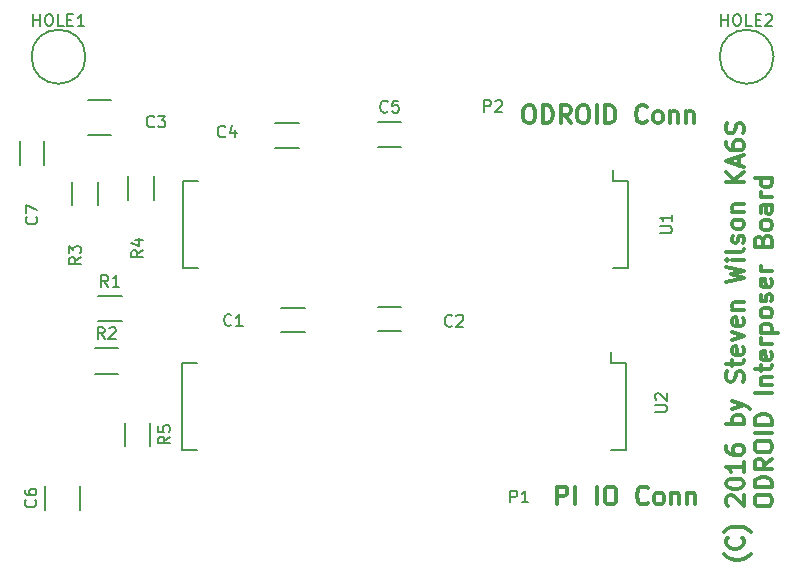
<source format=gbr>
G04 #@! TF.FileFunction,Legend,Top*
%FSLAX46Y46*%
G04 Gerber Fmt 4.6, Leading zero omitted, Abs format (unit mm)*
G04 Created by KiCad (PCBNEW 4.0.1-3.201512221401+6198~38~ubuntu15.10.1-stable) date Mon 19 Dec 2016 04:42:33 PM PST*
%MOMM*%
G01*
G04 APERTURE LIST*
%ADD10C,0.100000*%
%ADD11C,0.300000*%
%ADD12C,0.150000*%
G04 APERTURE END LIST*
D10*
D11*
X142238571Y-87903571D02*
X142238571Y-86403571D01*
X142809999Y-86403571D01*
X142952857Y-86475000D01*
X143024285Y-86546429D01*
X143095714Y-86689286D01*
X143095714Y-86903571D01*
X143024285Y-87046429D01*
X142952857Y-87117857D01*
X142809999Y-87189286D01*
X142238571Y-87189286D01*
X143738571Y-87903571D02*
X143738571Y-86403571D01*
X145595714Y-87903571D02*
X145595714Y-86403571D01*
X146595714Y-86403571D02*
X146881428Y-86403571D01*
X147024286Y-86475000D01*
X147167143Y-86617857D01*
X147238571Y-86903571D01*
X147238571Y-87403571D01*
X147167143Y-87689286D01*
X147024286Y-87832143D01*
X146881428Y-87903571D01*
X146595714Y-87903571D01*
X146452857Y-87832143D01*
X146310000Y-87689286D01*
X146238571Y-87403571D01*
X146238571Y-86903571D01*
X146310000Y-86617857D01*
X146452857Y-86475000D01*
X146595714Y-86403571D01*
X149881429Y-87760714D02*
X149810000Y-87832143D01*
X149595714Y-87903571D01*
X149452857Y-87903571D01*
X149238572Y-87832143D01*
X149095714Y-87689286D01*
X149024286Y-87546429D01*
X148952857Y-87260714D01*
X148952857Y-87046429D01*
X149024286Y-86760714D01*
X149095714Y-86617857D01*
X149238572Y-86475000D01*
X149452857Y-86403571D01*
X149595714Y-86403571D01*
X149810000Y-86475000D01*
X149881429Y-86546429D01*
X150738572Y-87903571D02*
X150595714Y-87832143D01*
X150524286Y-87760714D01*
X150452857Y-87617857D01*
X150452857Y-87189286D01*
X150524286Y-87046429D01*
X150595714Y-86975000D01*
X150738572Y-86903571D01*
X150952857Y-86903571D01*
X151095714Y-86975000D01*
X151167143Y-87046429D01*
X151238572Y-87189286D01*
X151238572Y-87617857D01*
X151167143Y-87760714D01*
X151095714Y-87832143D01*
X150952857Y-87903571D01*
X150738572Y-87903571D01*
X151881429Y-86903571D02*
X151881429Y-87903571D01*
X151881429Y-87046429D02*
X151952857Y-86975000D01*
X152095715Y-86903571D01*
X152310000Y-86903571D01*
X152452857Y-86975000D01*
X152524286Y-87117857D01*
X152524286Y-87903571D01*
X153238572Y-86903571D02*
X153238572Y-87903571D01*
X153238572Y-87046429D02*
X153310000Y-86975000D01*
X153452858Y-86903571D01*
X153667143Y-86903571D01*
X153810000Y-86975000D01*
X153881429Y-87117857D01*
X153881429Y-87903571D01*
X139727142Y-54118571D02*
X140012856Y-54118571D01*
X140155714Y-54190000D01*
X140298571Y-54332857D01*
X140369999Y-54618571D01*
X140369999Y-55118571D01*
X140298571Y-55404286D01*
X140155714Y-55547143D01*
X140012856Y-55618571D01*
X139727142Y-55618571D01*
X139584285Y-55547143D01*
X139441428Y-55404286D01*
X139369999Y-55118571D01*
X139369999Y-54618571D01*
X139441428Y-54332857D01*
X139584285Y-54190000D01*
X139727142Y-54118571D01*
X141012857Y-55618571D02*
X141012857Y-54118571D01*
X141370000Y-54118571D01*
X141584285Y-54190000D01*
X141727143Y-54332857D01*
X141798571Y-54475714D01*
X141870000Y-54761429D01*
X141870000Y-54975714D01*
X141798571Y-55261429D01*
X141727143Y-55404286D01*
X141584285Y-55547143D01*
X141370000Y-55618571D01*
X141012857Y-55618571D01*
X143370000Y-55618571D02*
X142870000Y-54904286D01*
X142512857Y-55618571D02*
X142512857Y-54118571D01*
X143084285Y-54118571D01*
X143227143Y-54190000D01*
X143298571Y-54261429D01*
X143370000Y-54404286D01*
X143370000Y-54618571D01*
X143298571Y-54761429D01*
X143227143Y-54832857D01*
X143084285Y-54904286D01*
X142512857Y-54904286D01*
X144298571Y-54118571D02*
X144584285Y-54118571D01*
X144727143Y-54190000D01*
X144870000Y-54332857D01*
X144941428Y-54618571D01*
X144941428Y-55118571D01*
X144870000Y-55404286D01*
X144727143Y-55547143D01*
X144584285Y-55618571D01*
X144298571Y-55618571D01*
X144155714Y-55547143D01*
X144012857Y-55404286D01*
X143941428Y-55118571D01*
X143941428Y-54618571D01*
X144012857Y-54332857D01*
X144155714Y-54190000D01*
X144298571Y-54118571D01*
X145584286Y-55618571D02*
X145584286Y-54118571D01*
X146298572Y-55618571D02*
X146298572Y-54118571D01*
X146655715Y-54118571D01*
X146870000Y-54190000D01*
X147012858Y-54332857D01*
X147084286Y-54475714D01*
X147155715Y-54761429D01*
X147155715Y-54975714D01*
X147084286Y-55261429D01*
X147012858Y-55404286D01*
X146870000Y-55547143D01*
X146655715Y-55618571D01*
X146298572Y-55618571D01*
X149798572Y-55475714D02*
X149727143Y-55547143D01*
X149512857Y-55618571D01*
X149370000Y-55618571D01*
X149155715Y-55547143D01*
X149012857Y-55404286D01*
X148941429Y-55261429D01*
X148870000Y-54975714D01*
X148870000Y-54761429D01*
X148941429Y-54475714D01*
X149012857Y-54332857D01*
X149155715Y-54190000D01*
X149370000Y-54118571D01*
X149512857Y-54118571D01*
X149727143Y-54190000D01*
X149798572Y-54261429D01*
X150655715Y-55618571D02*
X150512857Y-55547143D01*
X150441429Y-55475714D01*
X150370000Y-55332857D01*
X150370000Y-54904286D01*
X150441429Y-54761429D01*
X150512857Y-54690000D01*
X150655715Y-54618571D01*
X150870000Y-54618571D01*
X151012857Y-54690000D01*
X151084286Y-54761429D01*
X151155715Y-54904286D01*
X151155715Y-55332857D01*
X151084286Y-55475714D01*
X151012857Y-55547143D01*
X150870000Y-55618571D01*
X150655715Y-55618571D01*
X151798572Y-54618571D02*
X151798572Y-55618571D01*
X151798572Y-54761429D02*
X151870000Y-54690000D01*
X152012858Y-54618571D01*
X152227143Y-54618571D01*
X152370000Y-54690000D01*
X152441429Y-54832857D01*
X152441429Y-55618571D01*
X153155715Y-54618571D02*
X153155715Y-55618571D01*
X153155715Y-54761429D02*
X153227143Y-54690000D01*
X153370001Y-54618571D01*
X153584286Y-54618571D01*
X153727143Y-54690000D01*
X153798572Y-54832857D01*
X153798572Y-55618571D01*
X158610000Y-92144998D02*
X158538571Y-92216426D01*
X158324286Y-92359283D01*
X158181429Y-92430712D01*
X157967143Y-92502141D01*
X157610000Y-92573569D01*
X157324286Y-92573569D01*
X156967143Y-92502141D01*
X156752857Y-92430712D01*
X156610000Y-92359283D01*
X156395714Y-92216426D01*
X156324286Y-92144998D01*
X157895714Y-90716426D02*
X157967143Y-90787855D01*
X158038571Y-91002141D01*
X158038571Y-91144998D01*
X157967143Y-91359283D01*
X157824286Y-91502141D01*
X157681429Y-91573569D01*
X157395714Y-91644998D01*
X157181429Y-91644998D01*
X156895714Y-91573569D01*
X156752857Y-91502141D01*
X156610000Y-91359283D01*
X156538571Y-91144998D01*
X156538571Y-91002141D01*
X156610000Y-90787855D01*
X156681429Y-90716426D01*
X158610000Y-90216426D02*
X158538571Y-90144998D01*
X158324286Y-90002141D01*
X158181429Y-89930712D01*
X157967143Y-89859283D01*
X157610000Y-89787855D01*
X157324286Y-89787855D01*
X156967143Y-89859283D01*
X156752857Y-89930712D01*
X156610000Y-90002141D01*
X156395714Y-90144998D01*
X156324286Y-90216426D01*
X156681429Y-88002141D02*
X156610000Y-87930712D01*
X156538571Y-87787855D01*
X156538571Y-87430712D01*
X156610000Y-87287855D01*
X156681429Y-87216426D01*
X156824286Y-87144998D01*
X156967143Y-87144998D01*
X157181429Y-87216426D01*
X158038571Y-88073569D01*
X158038571Y-87144998D01*
X156538571Y-86216427D02*
X156538571Y-86073570D01*
X156610000Y-85930713D01*
X156681429Y-85859284D01*
X156824286Y-85787855D01*
X157110000Y-85716427D01*
X157467143Y-85716427D01*
X157752857Y-85787855D01*
X157895714Y-85859284D01*
X157967143Y-85930713D01*
X158038571Y-86073570D01*
X158038571Y-86216427D01*
X157967143Y-86359284D01*
X157895714Y-86430713D01*
X157752857Y-86502141D01*
X157467143Y-86573570D01*
X157110000Y-86573570D01*
X156824286Y-86502141D01*
X156681429Y-86430713D01*
X156610000Y-86359284D01*
X156538571Y-86216427D01*
X158038571Y-84287856D02*
X158038571Y-85144999D01*
X158038571Y-84716427D02*
X156538571Y-84716427D01*
X156752857Y-84859284D01*
X156895714Y-85002142D01*
X156967143Y-85144999D01*
X156538571Y-83002142D02*
X156538571Y-83287856D01*
X156610000Y-83430713D01*
X156681429Y-83502142D01*
X156895714Y-83644999D01*
X157181429Y-83716428D01*
X157752857Y-83716428D01*
X157895714Y-83644999D01*
X157967143Y-83573571D01*
X158038571Y-83430713D01*
X158038571Y-83144999D01*
X157967143Y-83002142D01*
X157895714Y-82930713D01*
X157752857Y-82859285D01*
X157395714Y-82859285D01*
X157252857Y-82930713D01*
X157181429Y-83002142D01*
X157110000Y-83144999D01*
X157110000Y-83430713D01*
X157181429Y-83573571D01*
X157252857Y-83644999D01*
X157395714Y-83716428D01*
X158038571Y-81073571D02*
X156538571Y-81073571D01*
X157110000Y-81073571D02*
X157038571Y-80930714D01*
X157038571Y-80645000D01*
X157110000Y-80502143D01*
X157181429Y-80430714D01*
X157324286Y-80359285D01*
X157752857Y-80359285D01*
X157895714Y-80430714D01*
X157967143Y-80502143D01*
X158038571Y-80645000D01*
X158038571Y-80930714D01*
X157967143Y-81073571D01*
X157038571Y-79859285D02*
X158038571Y-79502142D01*
X157038571Y-79145000D02*
X158038571Y-79502142D01*
X158395714Y-79645000D01*
X158467143Y-79716428D01*
X158538571Y-79859285D01*
X157967143Y-77502143D02*
X158038571Y-77287857D01*
X158038571Y-76930714D01*
X157967143Y-76787857D01*
X157895714Y-76716428D01*
X157752857Y-76645000D01*
X157610000Y-76645000D01*
X157467143Y-76716428D01*
X157395714Y-76787857D01*
X157324286Y-76930714D01*
X157252857Y-77216428D01*
X157181429Y-77359286D01*
X157110000Y-77430714D01*
X156967143Y-77502143D01*
X156824286Y-77502143D01*
X156681429Y-77430714D01*
X156610000Y-77359286D01*
X156538571Y-77216428D01*
X156538571Y-76859286D01*
X156610000Y-76645000D01*
X157038571Y-76216429D02*
X157038571Y-75645000D01*
X156538571Y-76002143D02*
X157824286Y-76002143D01*
X157967143Y-75930715D01*
X158038571Y-75787857D01*
X158038571Y-75645000D01*
X157967143Y-74573572D02*
X158038571Y-74716429D01*
X158038571Y-75002143D01*
X157967143Y-75145000D01*
X157824286Y-75216429D01*
X157252857Y-75216429D01*
X157110000Y-75145000D01*
X157038571Y-75002143D01*
X157038571Y-74716429D01*
X157110000Y-74573572D01*
X157252857Y-74502143D01*
X157395714Y-74502143D01*
X157538571Y-75216429D01*
X157038571Y-74002143D02*
X158038571Y-73645000D01*
X157038571Y-73287858D01*
X157967143Y-72145001D02*
X158038571Y-72287858D01*
X158038571Y-72573572D01*
X157967143Y-72716429D01*
X157824286Y-72787858D01*
X157252857Y-72787858D01*
X157110000Y-72716429D01*
X157038571Y-72573572D01*
X157038571Y-72287858D01*
X157110000Y-72145001D01*
X157252857Y-72073572D01*
X157395714Y-72073572D01*
X157538571Y-72787858D01*
X157038571Y-71430715D02*
X158038571Y-71430715D01*
X157181429Y-71430715D02*
X157110000Y-71359287D01*
X157038571Y-71216429D01*
X157038571Y-71002144D01*
X157110000Y-70859287D01*
X157252857Y-70787858D01*
X158038571Y-70787858D01*
X156538571Y-69073572D02*
X158038571Y-68716429D01*
X156967143Y-68430715D01*
X158038571Y-68145001D01*
X156538571Y-67787858D01*
X158038571Y-67216429D02*
X157038571Y-67216429D01*
X156538571Y-67216429D02*
X156610000Y-67287858D01*
X156681429Y-67216429D01*
X156610000Y-67145001D01*
X156538571Y-67216429D01*
X156681429Y-67216429D01*
X158038571Y-66287857D02*
X157967143Y-66430715D01*
X157824286Y-66502143D01*
X156538571Y-66502143D01*
X157967143Y-65787858D02*
X158038571Y-65645001D01*
X158038571Y-65359286D01*
X157967143Y-65216429D01*
X157824286Y-65145001D01*
X157752857Y-65145001D01*
X157610000Y-65216429D01*
X157538571Y-65359286D01*
X157538571Y-65573572D01*
X157467143Y-65716429D01*
X157324286Y-65787858D01*
X157252857Y-65787858D01*
X157110000Y-65716429D01*
X157038571Y-65573572D01*
X157038571Y-65359286D01*
X157110000Y-65216429D01*
X158038571Y-64287857D02*
X157967143Y-64430715D01*
X157895714Y-64502143D01*
X157752857Y-64573572D01*
X157324286Y-64573572D01*
X157181429Y-64502143D01*
X157110000Y-64430715D01*
X157038571Y-64287857D01*
X157038571Y-64073572D01*
X157110000Y-63930715D01*
X157181429Y-63859286D01*
X157324286Y-63787857D01*
X157752857Y-63787857D01*
X157895714Y-63859286D01*
X157967143Y-63930715D01*
X158038571Y-64073572D01*
X158038571Y-64287857D01*
X157038571Y-63145000D02*
X158038571Y-63145000D01*
X157181429Y-63145000D02*
X157110000Y-63073572D01*
X157038571Y-62930714D01*
X157038571Y-62716429D01*
X157110000Y-62573572D01*
X157252857Y-62502143D01*
X158038571Y-62502143D01*
X158038571Y-60645000D02*
X156538571Y-60645000D01*
X158038571Y-59787857D02*
X157181429Y-60430714D01*
X156538571Y-59787857D02*
X157395714Y-60645000D01*
X157610000Y-59216429D02*
X157610000Y-58502143D01*
X158038571Y-59359286D02*
X156538571Y-58859286D01*
X158038571Y-58359286D01*
X156538571Y-57216429D02*
X156538571Y-57502143D01*
X156610000Y-57645000D01*
X156681429Y-57716429D01*
X156895714Y-57859286D01*
X157181429Y-57930715D01*
X157752857Y-57930715D01*
X157895714Y-57859286D01*
X157967143Y-57787858D01*
X158038571Y-57645000D01*
X158038571Y-57359286D01*
X157967143Y-57216429D01*
X157895714Y-57145000D01*
X157752857Y-57073572D01*
X157395714Y-57073572D01*
X157252857Y-57145000D01*
X157181429Y-57216429D01*
X157110000Y-57359286D01*
X157110000Y-57645000D01*
X157181429Y-57787858D01*
X157252857Y-57859286D01*
X157395714Y-57930715D01*
X157967143Y-56502144D02*
X158038571Y-56287858D01*
X158038571Y-55930715D01*
X157967143Y-55787858D01*
X157895714Y-55716429D01*
X157752857Y-55645001D01*
X157610000Y-55645001D01*
X157467143Y-55716429D01*
X157395714Y-55787858D01*
X157324286Y-55930715D01*
X157252857Y-56216429D01*
X157181429Y-56359287D01*
X157110000Y-56430715D01*
X156967143Y-56502144D01*
X156824286Y-56502144D01*
X156681429Y-56430715D01*
X156610000Y-56359287D01*
X156538571Y-56216429D01*
X156538571Y-55859287D01*
X156610000Y-55645001D01*
X158938571Y-87716429D02*
X158938571Y-87430715D01*
X159010000Y-87287857D01*
X159152857Y-87145000D01*
X159438571Y-87073572D01*
X159938571Y-87073572D01*
X160224286Y-87145000D01*
X160367143Y-87287857D01*
X160438571Y-87430715D01*
X160438571Y-87716429D01*
X160367143Y-87859286D01*
X160224286Y-88002143D01*
X159938571Y-88073572D01*
X159438571Y-88073572D01*
X159152857Y-88002143D01*
X159010000Y-87859286D01*
X158938571Y-87716429D01*
X160438571Y-86430714D02*
X158938571Y-86430714D01*
X158938571Y-86073571D01*
X159010000Y-85859286D01*
X159152857Y-85716428D01*
X159295714Y-85645000D01*
X159581429Y-85573571D01*
X159795714Y-85573571D01*
X160081429Y-85645000D01*
X160224286Y-85716428D01*
X160367143Y-85859286D01*
X160438571Y-86073571D01*
X160438571Y-86430714D01*
X160438571Y-84073571D02*
X159724286Y-84573571D01*
X160438571Y-84930714D02*
X158938571Y-84930714D01*
X158938571Y-84359286D01*
X159010000Y-84216428D01*
X159081429Y-84145000D01*
X159224286Y-84073571D01*
X159438571Y-84073571D01*
X159581429Y-84145000D01*
X159652857Y-84216428D01*
X159724286Y-84359286D01*
X159724286Y-84930714D01*
X158938571Y-83145000D02*
X158938571Y-82859286D01*
X159010000Y-82716428D01*
X159152857Y-82573571D01*
X159438571Y-82502143D01*
X159938571Y-82502143D01*
X160224286Y-82573571D01*
X160367143Y-82716428D01*
X160438571Y-82859286D01*
X160438571Y-83145000D01*
X160367143Y-83287857D01*
X160224286Y-83430714D01*
X159938571Y-83502143D01*
X159438571Y-83502143D01*
X159152857Y-83430714D01*
X159010000Y-83287857D01*
X158938571Y-83145000D01*
X160438571Y-81859285D02*
X158938571Y-81859285D01*
X160438571Y-81144999D02*
X158938571Y-81144999D01*
X158938571Y-80787856D01*
X159010000Y-80573571D01*
X159152857Y-80430713D01*
X159295714Y-80359285D01*
X159581429Y-80287856D01*
X159795714Y-80287856D01*
X160081429Y-80359285D01*
X160224286Y-80430713D01*
X160367143Y-80573571D01*
X160438571Y-80787856D01*
X160438571Y-81144999D01*
X160438571Y-78502142D02*
X158938571Y-78502142D01*
X159438571Y-77787856D02*
X160438571Y-77787856D01*
X159581429Y-77787856D02*
X159510000Y-77716428D01*
X159438571Y-77573570D01*
X159438571Y-77359285D01*
X159510000Y-77216428D01*
X159652857Y-77144999D01*
X160438571Y-77144999D01*
X159438571Y-76644999D02*
X159438571Y-76073570D01*
X158938571Y-76430713D02*
X160224286Y-76430713D01*
X160367143Y-76359285D01*
X160438571Y-76216427D01*
X160438571Y-76073570D01*
X160367143Y-75002142D02*
X160438571Y-75144999D01*
X160438571Y-75430713D01*
X160367143Y-75573570D01*
X160224286Y-75644999D01*
X159652857Y-75644999D01*
X159510000Y-75573570D01*
X159438571Y-75430713D01*
X159438571Y-75144999D01*
X159510000Y-75002142D01*
X159652857Y-74930713D01*
X159795714Y-74930713D01*
X159938571Y-75644999D01*
X160438571Y-74287856D02*
X159438571Y-74287856D01*
X159724286Y-74287856D02*
X159581429Y-74216428D01*
X159510000Y-74144999D01*
X159438571Y-74002142D01*
X159438571Y-73859285D01*
X159438571Y-73359285D02*
X160938571Y-73359285D01*
X159510000Y-73359285D02*
X159438571Y-73216428D01*
X159438571Y-72930714D01*
X159510000Y-72787857D01*
X159581429Y-72716428D01*
X159724286Y-72644999D01*
X160152857Y-72644999D01*
X160295714Y-72716428D01*
X160367143Y-72787857D01*
X160438571Y-72930714D01*
X160438571Y-73216428D01*
X160367143Y-73359285D01*
X160438571Y-71787856D02*
X160367143Y-71930714D01*
X160295714Y-72002142D01*
X160152857Y-72073571D01*
X159724286Y-72073571D01*
X159581429Y-72002142D01*
X159510000Y-71930714D01*
X159438571Y-71787856D01*
X159438571Y-71573571D01*
X159510000Y-71430714D01*
X159581429Y-71359285D01*
X159724286Y-71287856D01*
X160152857Y-71287856D01*
X160295714Y-71359285D01*
X160367143Y-71430714D01*
X160438571Y-71573571D01*
X160438571Y-71787856D01*
X160367143Y-70716428D02*
X160438571Y-70573571D01*
X160438571Y-70287856D01*
X160367143Y-70144999D01*
X160224286Y-70073571D01*
X160152857Y-70073571D01*
X160010000Y-70144999D01*
X159938571Y-70287856D01*
X159938571Y-70502142D01*
X159867143Y-70644999D01*
X159724286Y-70716428D01*
X159652857Y-70716428D01*
X159510000Y-70644999D01*
X159438571Y-70502142D01*
X159438571Y-70287856D01*
X159510000Y-70144999D01*
X160367143Y-68859285D02*
X160438571Y-69002142D01*
X160438571Y-69287856D01*
X160367143Y-69430713D01*
X160224286Y-69502142D01*
X159652857Y-69502142D01*
X159510000Y-69430713D01*
X159438571Y-69287856D01*
X159438571Y-69002142D01*
X159510000Y-68859285D01*
X159652857Y-68787856D01*
X159795714Y-68787856D01*
X159938571Y-69502142D01*
X160438571Y-68144999D02*
X159438571Y-68144999D01*
X159724286Y-68144999D02*
X159581429Y-68073571D01*
X159510000Y-68002142D01*
X159438571Y-67859285D01*
X159438571Y-67716428D01*
X159652857Y-65573571D02*
X159724286Y-65359285D01*
X159795714Y-65287857D01*
X159938571Y-65216428D01*
X160152857Y-65216428D01*
X160295714Y-65287857D01*
X160367143Y-65359285D01*
X160438571Y-65502143D01*
X160438571Y-66073571D01*
X158938571Y-66073571D01*
X158938571Y-65573571D01*
X159010000Y-65430714D01*
X159081429Y-65359285D01*
X159224286Y-65287857D01*
X159367143Y-65287857D01*
X159510000Y-65359285D01*
X159581429Y-65430714D01*
X159652857Y-65573571D01*
X159652857Y-66073571D01*
X160438571Y-64359285D02*
X160367143Y-64502143D01*
X160295714Y-64573571D01*
X160152857Y-64645000D01*
X159724286Y-64645000D01*
X159581429Y-64573571D01*
X159510000Y-64502143D01*
X159438571Y-64359285D01*
X159438571Y-64145000D01*
X159510000Y-64002143D01*
X159581429Y-63930714D01*
X159724286Y-63859285D01*
X160152857Y-63859285D01*
X160295714Y-63930714D01*
X160367143Y-64002143D01*
X160438571Y-64145000D01*
X160438571Y-64359285D01*
X160438571Y-62573571D02*
X159652857Y-62573571D01*
X159510000Y-62645000D01*
X159438571Y-62787857D01*
X159438571Y-63073571D01*
X159510000Y-63216428D01*
X160367143Y-62573571D02*
X160438571Y-62716428D01*
X160438571Y-63073571D01*
X160367143Y-63216428D01*
X160224286Y-63287857D01*
X160081429Y-63287857D01*
X159938571Y-63216428D01*
X159867143Y-63073571D01*
X159867143Y-62716428D01*
X159795714Y-62573571D01*
X160438571Y-61859285D02*
X159438571Y-61859285D01*
X159724286Y-61859285D02*
X159581429Y-61787857D01*
X159510000Y-61716428D01*
X159438571Y-61573571D01*
X159438571Y-61430714D01*
X160438571Y-60287857D02*
X158938571Y-60287857D01*
X160367143Y-60287857D02*
X160438571Y-60430714D01*
X160438571Y-60716428D01*
X160367143Y-60859286D01*
X160295714Y-60930714D01*
X160152857Y-61002143D01*
X159724286Y-61002143D01*
X159581429Y-60930714D01*
X159510000Y-60859286D01*
X159438571Y-60716428D01*
X159438571Y-60430714D01*
X159510000Y-60287857D01*
D12*
X102286000Y-50000000D02*
G75*
G03X102286000Y-50000000I-2286000J0D01*
G01*
X118875000Y-73315000D02*
X120875000Y-73315000D01*
X120875000Y-71265000D02*
X118875000Y-71265000D01*
X129030000Y-71175000D02*
X127030000Y-71175000D01*
X127030000Y-73225000D02*
X129030000Y-73225000D01*
X102480000Y-56590000D02*
X104480000Y-56590000D01*
X104480000Y-53640000D02*
X102480000Y-53640000D01*
X118335000Y-57695000D02*
X120335000Y-57695000D01*
X120335000Y-55645000D02*
X118335000Y-55645000D01*
X129030000Y-55555000D02*
X127030000Y-55555000D01*
X127030000Y-57605000D02*
X129030000Y-57605000D01*
X105370000Y-72410000D02*
X103370000Y-72410000D01*
X103370000Y-70260000D02*
X105370000Y-70260000D01*
X105065000Y-76835000D02*
X103065000Y-76835000D01*
X103065000Y-74685000D02*
X105065000Y-74685000D01*
X103325000Y-60590000D02*
X103325000Y-62590000D01*
X101175000Y-62590000D02*
X101175000Y-60590000D01*
X105905000Y-62130000D02*
X105905000Y-60130000D01*
X108055000Y-60130000D02*
X108055000Y-62130000D01*
X105600000Y-83000000D02*
X105600000Y-81000000D01*
X107750000Y-81000000D02*
X107750000Y-83000000D01*
X148185000Y-60565000D02*
X146915000Y-60565000D01*
X148185000Y-67915000D02*
X146915000Y-67915000D01*
X110575000Y-67915000D02*
X111845000Y-67915000D01*
X110575000Y-60565000D02*
X111845000Y-60565000D01*
X148185000Y-60565000D02*
X148185000Y-67915000D01*
X110575000Y-60565000D02*
X110575000Y-67915000D01*
X146915000Y-60565000D02*
X146915000Y-59630000D01*
X148080000Y-75945000D02*
X146810000Y-75945000D01*
X148080000Y-83295000D02*
X146810000Y-83295000D01*
X110470000Y-83295000D02*
X111740000Y-83295000D01*
X110470000Y-75945000D02*
X111740000Y-75945000D01*
X148080000Y-75945000D02*
X148080000Y-83295000D01*
X110470000Y-75945000D02*
X110470000Y-83295000D01*
X146810000Y-75945000D02*
X146810000Y-75010000D01*
X160546000Y-50000000D02*
G75*
G03X160546000Y-50000000I-2286000J0D01*
G01*
X98900000Y-86355000D02*
X98900000Y-88355000D01*
X101850000Y-88355000D02*
X101850000Y-86355000D01*
X98785000Y-59130000D02*
X98785000Y-57130000D01*
X96735000Y-57130000D02*
X96735000Y-59130000D01*
X97857143Y-47404381D02*
X97857143Y-46404381D01*
X97857143Y-46880571D02*
X98428572Y-46880571D01*
X98428572Y-47404381D02*
X98428572Y-46404381D01*
X99095238Y-46404381D02*
X99285715Y-46404381D01*
X99380953Y-46452000D01*
X99476191Y-46547238D01*
X99523810Y-46737714D01*
X99523810Y-47071048D01*
X99476191Y-47261524D01*
X99380953Y-47356762D01*
X99285715Y-47404381D01*
X99095238Y-47404381D01*
X99000000Y-47356762D01*
X98904762Y-47261524D01*
X98857143Y-47071048D01*
X98857143Y-46737714D01*
X98904762Y-46547238D01*
X99000000Y-46452000D01*
X99095238Y-46404381D01*
X100428572Y-47404381D02*
X99952381Y-47404381D01*
X99952381Y-46404381D01*
X100761905Y-46880571D02*
X101095239Y-46880571D01*
X101238096Y-47404381D02*
X100761905Y-47404381D01*
X100761905Y-46404381D01*
X101238096Y-46404381D01*
X102190477Y-47404381D02*
X101619048Y-47404381D01*
X101904762Y-47404381D02*
X101904762Y-46404381D01*
X101809524Y-46547238D01*
X101714286Y-46642476D01*
X101619048Y-46690095D01*
X114648334Y-72702143D02*
X114600715Y-72749762D01*
X114457858Y-72797381D01*
X114362620Y-72797381D01*
X114219762Y-72749762D01*
X114124524Y-72654524D01*
X114076905Y-72559286D01*
X114029286Y-72368810D01*
X114029286Y-72225952D01*
X114076905Y-72035476D01*
X114124524Y-71940238D01*
X114219762Y-71845000D01*
X114362620Y-71797381D01*
X114457858Y-71797381D01*
X114600715Y-71845000D01*
X114648334Y-71892619D01*
X115600715Y-72797381D02*
X115029286Y-72797381D01*
X115315000Y-72797381D02*
X115315000Y-71797381D01*
X115219762Y-71940238D01*
X115124524Y-72035476D01*
X115029286Y-72083095D01*
X133308334Y-72762143D02*
X133260715Y-72809762D01*
X133117858Y-72857381D01*
X133022620Y-72857381D01*
X132879762Y-72809762D01*
X132784524Y-72714524D01*
X132736905Y-72619286D01*
X132689286Y-72428810D01*
X132689286Y-72285952D01*
X132736905Y-72095476D01*
X132784524Y-72000238D01*
X132879762Y-71905000D01*
X133022620Y-71857381D01*
X133117858Y-71857381D01*
X133260715Y-71905000D01*
X133308334Y-71952619D01*
X133689286Y-71952619D02*
X133736905Y-71905000D01*
X133832143Y-71857381D01*
X134070239Y-71857381D01*
X134165477Y-71905000D01*
X134213096Y-71952619D01*
X134260715Y-72047857D01*
X134260715Y-72143095D01*
X134213096Y-72285952D01*
X133641667Y-72857381D01*
X134260715Y-72857381D01*
X108103334Y-55897143D02*
X108055715Y-55944762D01*
X107912858Y-55992381D01*
X107817620Y-55992381D01*
X107674762Y-55944762D01*
X107579524Y-55849524D01*
X107531905Y-55754286D01*
X107484286Y-55563810D01*
X107484286Y-55420952D01*
X107531905Y-55230476D01*
X107579524Y-55135238D01*
X107674762Y-55040000D01*
X107817620Y-54992381D01*
X107912858Y-54992381D01*
X108055715Y-55040000D01*
X108103334Y-55087619D01*
X108436667Y-54992381D02*
X109055715Y-54992381D01*
X108722381Y-55373333D01*
X108865239Y-55373333D01*
X108960477Y-55420952D01*
X109008096Y-55468571D01*
X109055715Y-55563810D01*
X109055715Y-55801905D01*
X109008096Y-55897143D01*
X108960477Y-55944762D01*
X108865239Y-55992381D01*
X108579524Y-55992381D01*
X108484286Y-55944762D01*
X108436667Y-55897143D01*
X114108334Y-56737143D02*
X114060715Y-56784762D01*
X113917858Y-56832381D01*
X113822620Y-56832381D01*
X113679762Y-56784762D01*
X113584524Y-56689524D01*
X113536905Y-56594286D01*
X113489286Y-56403810D01*
X113489286Y-56260952D01*
X113536905Y-56070476D01*
X113584524Y-55975238D01*
X113679762Y-55880000D01*
X113822620Y-55832381D01*
X113917858Y-55832381D01*
X114060715Y-55880000D01*
X114108334Y-55927619D01*
X114965477Y-56165714D02*
X114965477Y-56832381D01*
X114727381Y-55784762D02*
X114489286Y-56499048D01*
X115108334Y-56499048D01*
X127863334Y-54637143D02*
X127815715Y-54684762D01*
X127672858Y-54732381D01*
X127577620Y-54732381D01*
X127434762Y-54684762D01*
X127339524Y-54589524D01*
X127291905Y-54494286D01*
X127244286Y-54303810D01*
X127244286Y-54160952D01*
X127291905Y-53970476D01*
X127339524Y-53875238D01*
X127434762Y-53780000D01*
X127577620Y-53732381D01*
X127672858Y-53732381D01*
X127815715Y-53780000D01*
X127863334Y-53827619D01*
X128768096Y-53732381D02*
X128291905Y-53732381D01*
X128244286Y-54208571D01*
X128291905Y-54160952D01*
X128387143Y-54113333D01*
X128625239Y-54113333D01*
X128720477Y-54160952D01*
X128768096Y-54208571D01*
X128815715Y-54303810D01*
X128815715Y-54541905D01*
X128768096Y-54637143D01*
X128720477Y-54684762D01*
X128625239Y-54732381D01*
X128387143Y-54732381D01*
X128291905Y-54684762D01*
X128244286Y-54637143D01*
X138261905Y-87737381D02*
X138261905Y-86737381D01*
X138642858Y-86737381D01*
X138738096Y-86785000D01*
X138785715Y-86832619D01*
X138833334Y-86927857D01*
X138833334Y-87070714D01*
X138785715Y-87165952D01*
X138738096Y-87213571D01*
X138642858Y-87261190D01*
X138261905Y-87261190D01*
X139785715Y-87737381D02*
X139214286Y-87737381D01*
X139500000Y-87737381D02*
X139500000Y-86737381D01*
X139404762Y-86880238D01*
X139309524Y-86975476D01*
X139214286Y-87023095D01*
X136041905Y-54672381D02*
X136041905Y-53672381D01*
X136422858Y-53672381D01*
X136518096Y-53720000D01*
X136565715Y-53767619D01*
X136613334Y-53862857D01*
X136613334Y-54005714D01*
X136565715Y-54100952D01*
X136518096Y-54148571D01*
X136422858Y-54196190D01*
X136041905Y-54196190D01*
X136994286Y-53767619D02*
X137041905Y-53720000D01*
X137137143Y-53672381D01*
X137375239Y-53672381D01*
X137470477Y-53720000D01*
X137518096Y-53767619D01*
X137565715Y-53862857D01*
X137565715Y-53958095D01*
X137518096Y-54100952D01*
X136946667Y-54672381D01*
X137565715Y-54672381D01*
X104203334Y-69487381D02*
X103870000Y-69011190D01*
X103631905Y-69487381D02*
X103631905Y-68487381D01*
X104012858Y-68487381D01*
X104108096Y-68535000D01*
X104155715Y-68582619D01*
X104203334Y-68677857D01*
X104203334Y-68820714D01*
X104155715Y-68915952D01*
X104108096Y-68963571D01*
X104012858Y-69011190D01*
X103631905Y-69011190D01*
X105155715Y-69487381D02*
X104584286Y-69487381D01*
X104870000Y-69487381D02*
X104870000Y-68487381D01*
X104774762Y-68630238D01*
X104679524Y-68725476D01*
X104584286Y-68773095D01*
X103898334Y-73912381D02*
X103565000Y-73436190D01*
X103326905Y-73912381D02*
X103326905Y-72912381D01*
X103707858Y-72912381D01*
X103803096Y-72960000D01*
X103850715Y-73007619D01*
X103898334Y-73102857D01*
X103898334Y-73245714D01*
X103850715Y-73340952D01*
X103803096Y-73388571D01*
X103707858Y-73436190D01*
X103326905Y-73436190D01*
X104279286Y-73007619D02*
X104326905Y-72960000D01*
X104422143Y-72912381D01*
X104660239Y-72912381D01*
X104755477Y-72960000D01*
X104803096Y-73007619D01*
X104850715Y-73102857D01*
X104850715Y-73198095D01*
X104803096Y-73340952D01*
X104231667Y-73912381D01*
X104850715Y-73912381D01*
X101882381Y-66991666D02*
X101406190Y-67325000D01*
X101882381Y-67563095D02*
X100882381Y-67563095D01*
X100882381Y-67182142D01*
X100930000Y-67086904D01*
X100977619Y-67039285D01*
X101072857Y-66991666D01*
X101215714Y-66991666D01*
X101310952Y-67039285D01*
X101358571Y-67086904D01*
X101406190Y-67182142D01*
X101406190Y-67563095D01*
X100882381Y-66658333D02*
X100882381Y-66039285D01*
X101263333Y-66372619D01*
X101263333Y-66229761D01*
X101310952Y-66134523D01*
X101358571Y-66086904D01*
X101453810Y-66039285D01*
X101691905Y-66039285D01*
X101787143Y-66086904D01*
X101834762Y-66134523D01*
X101882381Y-66229761D01*
X101882381Y-66515476D01*
X101834762Y-66610714D01*
X101787143Y-66658333D01*
X107162381Y-66391666D02*
X106686190Y-66725000D01*
X107162381Y-66963095D02*
X106162381Y-66963095D01*
X106162381Y-66582142D01*
X106210000Y-66486904D01*
X106257619Y-66439285D01*
X106352857Y-66391666D01*
X106495714Y-66391666D01*
X106590952Y-66439285D01*
X106638571Y-66486904D01*
X106686190Y-66582142D01*
X106686190Y-66963095D01*
X106495714Y-65534523D02*
X107162381Y-65534523D01*
X106114762Y-65772619D02*
X106829048Y-66010714D01*
X106829048Y-65391666D01*
X109427381Y-82166666D02*
X108951190Y-82500000D01*
X109427381Y-82738095D02*
X108427381Y-82738095D01*
X108427381Y-82357142D01*
X108475000Y-82261904D01*
X108522619Y-82214285D01*
X108617857Y-82166666D01*
X108760714Y-82166666D01*
X108855952Y-82214285D01*
X108903571Y-82261904D01*
X108951190Y-82357142D01*
X108951190Y-82738095D01*
X108427381Y-81261904D02*
X108427381Y-81738095D01*
X108903571Y-81785714D01*
X108855952Y-81738095D01*
X108808333Y-81642857D01*
X108808333Y-81404761D01*
X108855952Y-81309523D01*
X108903571Y-81261904D01*
X108998810Y-81214285D01*
X109236905Y-81214285D01*
X109332143Y-81261904D01*
X109379762Y-81309523D01*
X109427381Y-81404761D01*
X109427381Y-81642857D01*
X109379762Y-81738095D01*
X109332143Y-81785714D01*
X150932381Y-64941905D02*
X151741905Y-64941905D01*
X151837143Y-64894286D01*
X151884762Y-64846667D01*
X151932381Y-64751429D01*
X151932381Y-64560952D01*
X151884762Y-64465714D01*
X151837143Y-64418095D01*
X151741905Y-64370476D01*
X150932381Y-64370476D01*
X151932381Y-63370476D02*
X151932381Y-63941905D01*
X151932381Y-63656191D02*
X150932381Y-63656191D01*
X151075238Y-63751429D01*
X151170476Y-63846667D01*
X151218095Y-63941905D01*
X150512381Y-80066905D02*
X151321905Y-80066905D01*
X151417143Y-80019286D01*
X151464762Y-79971667D01*
X151512381Y-79876429D01*
X151512381Y-79685952D01*
X151464762Y-79590714D01*
X151417143Y-79543095D01*
X151321905Y-79495476D01*
X150512381Y-79495476D01*
X150607619Y-79066905D02*
X150560000Y-79019286D01*
X150512381Y-78924048D01*
X150512381Y-78685952D01*
X150560000Y-78590714D01*
X150607619Y-78543095D01*
X150702857Y-78495476D01*
X150798095Y-78495476D01*
X150940952Y-78543095D01*
X151512381Y-79114524D01*
X151512381Y-78495476D01*
X156117143Y-47404381D02*
X156117143Y-46404381D01*
X156117143Y-46880571D02*
X156688572Y-46880571D01*
X156688572Y-47404381D02*
X156688572Y-46404381D01*
X157355238Y-46404381D02*
X157545715Y-46404381D01*
X157640953Y-46452000D01*
X157736191Y-46547238D01*
X157783810Y-46737714D01*
X157783810Y-47071048D01*
X157736191Y-47261524D01*
X157640953Y-47356762D01*
X157545715Y-47404381D01*
X157355238Y-47404381D01*
X157260000Y-47356762D01*
X157164762Y-47261524D01*
X157117143Y-47071048D01*
X157117143Y-46737714D01*
X157164762Y-46547238D01*
X157260000Y-46452000D01*
X157355238Y-46404381D01*
X158688572Y-47404381D02*
X158212381Y-47404381D01*
X158212381Y-46404381D01*
X159021905Y-46880571D02*
X159355239Y-46880571D01*
X159498096Y-47404381D02*
X159021905Y-47404381D01*
X159021905Y-46404381D01*
X159498096Y-46404381D01*
X159879048Y-46499619D02*
X159926667Y-46452000D01*
X160021905Y-46404381D01*
X160260001Y-46404381D01*
X160355239Y-46452000D01*
X160402858Y-46499619D01*
X160450477Y-46594857D01*
X160450477Y-46690095D01*
X160402858Y-46832952D01*
X159831429Y-47404381D01*
X160450477Y-47404381D01*
X98032143Y-87521666D02*
X98079762Y-87569285D01*
X98127381Y-87712142D01*
X98127381Y-87807380D01*
X98079762Y-87950238D01*
X97984524Y-88045476D01*
X97889286Y-88093095D01*
X97698810Y-88140714D01*
X97555952Y-88140714D01*
X97365476Y-88093095D01*
X97270238Y-88045476D01*
X97175000Y-87950238D01*
X97127381Y-87807380D01*
X97127381Y-87712142D01*
X97175000Y-87569285D01*
X97222619Y-87521666D01*
X97127381Y-86664523D02*
X97127381Y-86855000D01*
X97175000Y-86950238D01*
X97222619Y-86997857D01*
X97365476Y-87093095D01*
X97555952Y-87140714D01*
X97936905Y-87140714D01*
X98032143Y-87093095D01*
X98079762Y-87045476D01*
X98127381Y-86950238D01*
X98127381Y-86759761D01*
X98079762Y-86664523D01*
X98032143Y-86616904D01*
X97936905Y-86569285D01*
X97698810Y-86569285D01*
X97603571Y-86616904D01*
X97555952Y-86664523D01*
X97508333Y-86759761D01*
X97508333Y-86950238D01*
X97555952Y-87045476D01*
X97603571Y-87093095D01*
X97698810Y-87140714D01*
X98127143Y-63566666D02*
X98174762Y-63614285D01*
X98222381Y-63757142D01*
X98222381Y-63852380D01*
X98174762Y-63995238D01*
X98079524Y-64090476D01*
X97984286Y-64138095D01*
X97793810Y-64185714D01*
X97650952Y-64185714D01*
X97460476Y-64138095D01*
X97365238Y-64090476D01*
X97270000Y-63995238D01*
X97222381Y-63852380D01*
X97222381Y-63757142D01*
X97270000Y-63614285D01*
X97317619Y-63566666D01*
X97222381Y-63233333D02*
X97222381Y-62566666D01*
X98222381Y-62995238D01*
M02*

</source>
